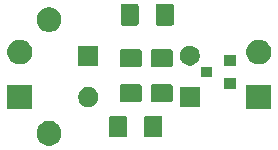
<source format=gbr>
G04 #@! TF.GenerationSoftware,KiCad,Pcbnew,(5.0.1)-3*
G04 #@! TF.CreationDate,2020-05-05T20:51:12+03:00*
G04 #@! TF.ProjectId,VienaTranPastiprinatajs,5669656E615472616E50617374697072,rev?*
G04 #@! TF.SameCoordinates,Original*
G04 #@! TF.FileFunction,Soldermask,Bot*
G04 #@! TF.FilePolarity,Negative*
%FSLAX46Y46*%
G04 Gerber Fmt 4.6, Leading zero omitted, Abs format (unit mm)*
G04 Created by KiCad (PCBNEW (5.0.1)-3) date 05-May-20 8:51:12 PM*
%MOMM*%
%LPD*%
G01*
G04 APERTURE LIST*
%ADD10C,0.100000*%
G04 APERTURE END LIST*
D10*
G36*
X88186565Y-53689389D02*
X88377834Y-53768615D01*
X88549976Y-53883637D01*
X88696363Y-54030024D01*
X88811385Y-54202166D01*
X88890611Y-54393435D01*
X88931000Y-54596484D01*
X88931000Y-54803516D01*
X88890611Y-55006565D01*
X88811385Y-55197834D01*
X88696363Y-55369976D01*
X88549976Y-55516363D01*
X88377834Y-55631385D01*
X88186565Y-55710611D01*
X87983516Y-55751000D01*
X87776484Y-55751000D01*
X87573435Y-55710611D01*
X87382166Y-55631385D01*
X87210024Y-55516363D01*
X87063637Y-55369976D01*
X86948615Y-55197834D01*
X86869389Y-55006565D01*
X86829000Y-54803516D01*
X86829000Y-54596484D01*
X86869389Y-54393435D01*
X86948615Y-54202166D01*
X87063637Y-54030024D01*
X87210024Y-53883637D01*
X87382166Y-53768615D01*
X87573435Y-53689389D01*
X87776484Y-53649000D01*
X87983516Y-53649000D01*
X88186565Y-53689389D01*
X88186565Y-53689389D01*
G37*
G36*
X97320562Y-53198181D02*
X97355477Y-53208773D01*
X97387665Y-53225978D01*
X97415873Y-53249127D01*
X97439022Y-53277335D01*
X97456227Y-53309523D01*
X97466819Y-53344438D01*
X97471000Y-53386895D01*
X97471000Y-54853105D01*
X97466819Y-54895562D01*
X97456227Y-54930477D01*
X97439022Y-54962665D01*
X97415873Y-54990873D01*
X97387665Y-55014022D01*
X97355477Y-55031227D01*
X97320562Y-55041819D01*
X97278105Y-55046000D01*
X96136895Y-55046000D01*
X96094438Y-55041819D01*
X96059523Y-55031227D01*
X96027335Y-55014022D01*
X95999127Y-54990873D01*
X95975978Y-54962665D01*
X95958773Y-54930477D01*
X95948181Y-54895562D01*
X95944000Y-54853105D01*
X95944000Y-53386895D01*
X95948181Y-53344438D01*
X95958773Y-53309523D01*
X95975978Y-53277335D01*
X95999127Y-53249127D01*
X96027335Y-53225978D01*
X96059523Y-53208773D01*
X96094438Y-53198181D01*
X96136895Y-53194000D01*
X97278105Y-53194000D01*
X97320562Y-53198181D01*
X97320562Y-53198181D01*
G37*
G36*
X94345562Y-53198181D02*
X94380477Y-53208773D01*
X94412665Y-53225978D01*
X94440873Y-53249127D01*
X94464022Y-53277335D01*
X94481227Y-53309523D01*
X94491819Y-53344438D01*
X94496000Y-53386895D01*
X94496000Y-54853105D01*
X94491819Y-54895562D01*
X94481227Y-54930477D01*
X94464022Y-54962665D01*
X94440873Y-54990873D01*
X94412665Y-55014022D01*
X94380477Y-55031227D01*
X94345562Y-55041819D01*
X94303105Y-55046000D01*
X93161895Y-55046000D01*
X93119438Y-55041819D01*
X93084523Y-55031227D01*
X93052335Y-55014022D01*
X93024127Y-54990873D01*
X93000978Y-54962665D01*
X92983773Y-54930477D01*
X92973181Y-54895562D01*
X92969000Y-54853105D01*
X92969000Y-53386895D01*
X92973181Y-53344438D01*
X92983773Y-53309523D01*
X93000978Y-53277335D01*
X93024127Y-53249127D01*
X93052335Y-53225978D01*
X93084523Y-53208773D01*
X93119438Y-53198181D01*
X93161895Y-53194000D01*
X94303105Y-53194000D01*
X94345562Y-53198181D01*
X94345562Y-53198181D01*
G37*
G36*
X106700490Y-52660490D02*
X104599510Y-52660490D01*
X104599510Y-50559510D01*
X106700490Y-50559510D01*
X106700490Y-52660490D01*
X106700490Y-52660490D01*
G37*
G36*
X86450490Y-52660490D02*
X84349510Y-52660490D01*
X84349510Y-50559510D01*
X86450490Y-50559510D01*
X86450490Y-52660490D01*
X86450490Y-52660490D01*
G37*
G36*
X91458228Y-50801703D02*
X91613100Y-50865853D01*
X91752481Y-50958985D01*
X91871015Y-51077519D01*
X91964147Y-51216900D01*
X92028297Y-51371772D01*
X92061000Y-51536184D01*
X92061000Y-51703816D01*
X92028297Y-51868228D01*
X91964147Y-52023100D01*
X91871015Y-52162481D01*
X91752481Y-52281015D01*
X91613100Y-52374147D01*
X91458228Y-52438297D01*
X91293816Y-52471000D01*
X91126184Y-52471000D01*
X90961772Y-52438297D01*
X90806900Y-52374147D01*
X90667519Y-52281015D01*
X90548985Y-52162481D01*
X90455853Y-52023100D01*
X90391703Y-51868228D01*
X90359000Y-51703816D01*
X90359000Y-51536184D01*
X90391703Y-51371772D01*
X90455853Y-51216900D01*
X90548985Y-51077519D01*
X90667519Y-50958985D01*
X90806900Y-50865853D01*
X90961772Y-50801703D01*
X91126184Y-50769000D01*
X91293816Y-50769000D01*
X91458228Y-50801703D01*
X91458228Y-50801703D01*
G37*
G36*
X100651000Y-52461000D02*
X98949000Y-52461000D01*
X98949000Y-50759000D01*
X100651000Y-50759000D01*
X100651000Y-52461000D01*
X100651000Y-52461000D01*
G37*
G36*
X98205562Y-50548181D02*
X98240477Y-50558773D01*
X98272665Y-50575978D01*
X98300873Y-50599127D01*
X98324022Y-50627335D01*
X98341227Y-50659523D01*
X98351819Y-50694438D01*
X98356000Y-50736895D01*
X98356000Y-51878105D01*
X98351819Y-51920562D01*
X98341227Y-51955477D01*
X98324022Y-51987665D01*
X98300873Y-52015873D01*
X98272665Y-52039022D01*
X98240477Y-52056227D01*
X98205562Y-52066819D01*
X98163105Y-52071000D01*
X96696895Y-52071000D01*
X96654438Y-52066819D01*
X96619523Y-52056227D01*
X96587335Y-52039022D01*
X96559127Y-52015873D01*
X96535978Y-51987665D01*
X96518773Y-51955477D01*
X96508181Y-51920562D01*
X96504000Y-51878105D01*
X96504000Y-50736895D01*
X96508181Y-50694438D01*
X96518773Y-50659523D01*
X96535978Y-50627335D01*
X96559127Y-50599127D01*
X96587335Y-50575978D01*
X96619523Y-50558773D01*
X96654438Y-50548181D01*
X96696895Y-50544000D01*
X98163105Y-50544000D01*
X98205562Y-50548181D01*
X98205562Y-50548181D01*
G37*
G36*
X95575562Y-50548181D02*
X95610477Y-50558773D01*
X95642665Y-50575978D01*
X95670873Y-50599127D01*
X95694022Y-50627335D01*
X95711227Y-50659523D01*
X95721819Y-50694438D01*
X95726000Y-50736895D01*
X95726000Y-51878105D01*
X95721819Y-51920562D01*
X95711227Y-51955477D01*
X95694022Y-51987665D01*
X95670873Y-52015873D01*
X95642665Y-52039022D01*
X95610477Y-52056227D01*
X95575562Y-52066819D01*
X95533105Y-52071000D01*
X94066895Y-52071000D01*
X94024438Y-52066819D01*
X93989523Y-52056227D01*
X93957335Y-52039022D01*
X93929127Y-52015873D01*
X93905978Y-51987665D01*
X93888773Y-51955477D01*
X93878181Y-51920562D01*
X93874000Y-51878105D01*
X93874000Y-50736895D01*
X93878181Y-50694438D01*
X93888773Y-50659523D01*
X93905978Y-50627335D01*
X93929127Y-50599127D01*
X93957335Y-50575978D01*
X93989523Y-50558773D01*
X94024438Y-50548181D01*
X94066895Y-50544000D01*
X95533105Y-50544000D01*
X95575562Y-50548181D01*
X95575562Y-50548181D01*
G37*
G36*
X103721000Y-50901000D02*
X102719000Y-50901000D01*
X102719000Y-49999000D01*
X103721000Y-49999000D01*
X103721000Y-50901000D01*
X103721000Y-50901000D01*
G37*
G36*
X101721000Y-49951000D02*
X100719000Y-49951000D01*
X100719000Y-49049000D01*
X101721000Y-49049000D01*
X101721000Y-49951000D01*
X101721000Y-49951000D01*
G37*
G36*
X95575562Y-47573181D02*
X95610477Y-47583773D01*
X95642665Y-47600978D01*
X95670873Y-47624127D01*
X95694022Y-47652335D01*
X95711227Y-47684523D01*
X95721819Y-47719438D01*
X95726000Y-47761895D01*
X95726000Y-48903105D01*
X95721819Y-48945562D01*
X95711227Y-48980477D01*
X95694022Y-49012665D01*
X95670873Y-49040873D01*
X95642665Y-49064022D01*
X95610477Y-49081227D01*
X95575562Y-49091819D01*
X95533105Y-49096000D01*
X94066895Y-49096000D01*
X94024438Y-49091819D01*
X93989523Y-49081227D01*
X93957335Y-49064022D01*
X93929127Y-49040873D01*
X93905978Y-49012665D01*
X93888773Y-48980477D01*
X93878181Y-48945562D01*
X93874000Y-48903105D01*
X93874000Y-47761895D01*
X93878181Y-47719438D01*
X93888773Y-47684523D01*
X93905978Y-47652335D01*
X93929127Y-47624127D01*
X93957335Y-47600978D01*
X93989523Y-47583773D01*
X94024438Y-47573181D01*
X94066895Y-47569000D01*
X95533105Y-47569000D01*
X95575562Y-47573181D01*
X95575562Y-47573181D01*
G37*
G36*
X98205562Y-47573181D02*
X98240477Y-47583773D01*
X98272665Y-47600978D01*
X98300873Y-47624127D01*
X98324022Y-47652335D01*
X98341227Y-47684523D01*
X98351819Y-47719438D01*
X98356000Y-47761895D01*
X98356000Y-48903105D01*
X98351819Y-48945562D01*
X98341227Y-48980477D01*
X98324022Y-49012665D01*
X98300873Y-49040873D01*
X98272665Y-49064022D01*
X98240477Y-49081227D01*
X98205562Y-49091819D01*
X98163105Y-49096000D01*
X96696895Y-49096000D01*
X96654438Y-49091819D01*
X96619523Y-49081227D01*
X96587335Y-49064022D01*
X96559127Y-49040873D01*
X96535978Y-49012665D01*
X96518773Y-48980477D01*
X96508181Y-48945562D01*
X96504000Y-48903105D01*
X96504000Y-47761895D01*
X96508181Y-47719438D01*
X96518773Y-47684523D01*
X96535978Y-47652335D01*
X96559127Y-47624127D01*
X96587335Y-47600978D01*
X96619523Y-47583773D01*
X96654438Y-47573181D01*
X96696895Y-47569000D01*
X98163105Y-47569000D01*
X98205562Y-47573181D01*
X98205562Y-47573181D01*
G37*
G36*
X103721000Y-49001000D02*
X102719000Y-49001000D01*
X102719000Y-48099000D01*
X103721000Y-48099000D01*
X103721000Y-49001000D01*
X103721000Y-49001000D01*
G37*
G36*
X92061000Y-48971000D02*
X90359000Y-48971000D01*
X90359000Y-47269000D01*
X92061000Y-47269000D01*
X92061000Y-48971000D01*
X92061000Y-48971000D01*
G37*
G36*
X100048228Y-47291703D02*
X100203100Y-47355853D01*
X100342481Y-47448985D01*
X100461015Y-47567519D01*
X100554147Y-47706900D01*
X100618297Y-47861772D01*
X100651000Y-48026184D01*
X100651000Y-48193816D01*
X100618297Y-48358228D01*
X100554147Y-48513100D01*
X100461015Y-48652481D01*
X100342481Y-48771015D01*
X100203100Y-48864147D01*
X100048228Y-48928297D01*
X99883816Y-48961000D01*
X99716184Y-48961000D01*
X99551772Y-48928297D01*
X99396900Y-48864147D01*
X99257519Y-48771015D01*
X99138985Y-48652481D01*
X99045853Y-48513100D01*
X98981703Y-48358228D01*
X98949000Y-48193816D01*
X98949000Y-48026184D01*
X98981703Y-47861772D01*
X99045853Y-47706900D01*
X99138985Y-47567519D01*
X99257519Y-47448985D01*
X99396900Y-47355853D01*
X99551772Y-47291703D01*
X99716184Y-47259000D01*
X99883816Y-47259000D01*
X100048228Y-47291703D01*
X100048228Y-47291703D01*
G37*
G36*
X85706414Y-46789879D02*
X85706416Y-46789880D01*
X85706417Y-46789880D01*
X85897594Y-46869068D01*
X86069651Y-46984033D01*
X86215967Y-47130349D01*
X86330932Y-47302406D01*
X86410121Y-47493586D01*
X86450490Y-47696534D01*
X86450490Y-47903466D01*
X86410121Y-48106414D01*
X86330932Y-48297594D01*
X86215967Y-48469651D01*
X86069651Y-48615967D01*
X86069648Y-48615969D01*
X85897594Y-48730932D01*
X85706417Y-48810120D01*
X85706416Y-48810120D01*
X85706414Y-48810121D01*
X85503466Y-48850490D01*
X85296534Y-48850490D01*
X85093586Y-48810121D01*
X85093584Y-48810120D01*
X85093583Y-48810120D01*
X84902406Y-48730932D01*
X84730352Y-48615969D01*
X84730349Y-48615967D01*
X84584033Y-48469651D01*
X84469068Y-48297594D01*
X84389879Y-48106414D01*
X84349510Y-47903466D01*
X84349510Y-47696534D01*
X84389879Y-47493586D01*
X84469068Y-47302406D01*
X84584033Y-47130349D01*
X84730349Y-46984033D01*
X84902406Y-46869068D01*
X85093583Y-46789880D01*
X85093584Y-46789880D01*
X85093586Y-46789879D01*
X85296534Y-46749510D01*
X85503466Y-46749510D01*
X85706414Y-46789879D01*
X85706414Y-46789879D01*
G37*
G36*
X105956414Y-46789879D02*
X105956416Y-46789880D01*
X105956417Y-46789880D01*
X106147594Y-46869068D01*
X106319651Y-46984033D01*
X106465967Y-47130349D01*
X106580932Y-47302406D01*
X106660121Y-47493586D01*
X106700490Y-47696534D01*
X106700490Y-47903466D01*
X106660121Y-48106414D01*
X106580932Y-48297594D01*
X106465967Y-48469651D01*
X106319651Y-48615967D01*
X106319648Y-48615969D01*
X106147594Y-48730932D01*
X105956417Y-48810120D01*
X105956416Y-48810120D01*
X105956414Y-48810121D01*
X105753466Y-48850490D01*
X105546534Y-48850490D01*
X105343586Y-48810121D01*
X105343584Y-48810120D01*
X105343583Y-48810120D01*
X105152406Y-48730932D01*
X104980352Y-48615969D01*
X104980349Y-48615967D01*
X104834033Y-48469651D01*
X104719068Y-48297594D01*
X104639879Y-48106414D01*
X104599510Y-47903466D01*
X104599510Y-47696534D01*
X104639879Y-47493586D01*
X104719068Y-47302406D01*
X104834033Y-47130349D01*
X104980349Y-46984033D01*
X105152406Y-46869068D01*
X105343583Y-46789880D01*
X105343584Y-46789880D01*
X105343586Y-46789879D01*
X105546534Y-46749510D01*
X105753466Y-46749510D01*
X105956414Y-46789879D01*
X105956414Y-46789879D01*
G37*
G36*
X88186565Y-44049389D02*
X88377834Y-44128615D01*
X88549976Y-44243637D01*
X88696363Y-44390024D01*
X88811385Y-44562166D01*
X88890611Y-44753435D01*
X88931000Y-44956484D01*
X88931000Y-45163516D01*
X88890611Y-45366565D01*
X88811385Y-45557834D01*
X88696363Y-45729976D01*
X88549976Y-45876363D01*
X88377834Y-45991385D01*
X88186565Y-46070611D01*
X87983516Y-46111000D01*
X87776484Y-46111000D01*
X87573435Y-46070611D01*
X87382166Y-45991385D01*
X87210024Y-45876363D01*
X87063637Y-45729976D01*
X86948615Y-45557834D01*
X86869389Y-45366565D01*
X86829000Y-45163516D01*
X86829000Y-44956484D01*
X86869389Y-44753435D01*
X86948615Y-44562166D01*
X87063637Y-44390024D01*
X87210024Y-44243637D01*
X87382166Y-44128615D01*
X87573435Y-44049389D01*
X87776484Y-44009000D01*
X87983516Y-44009000D01*
X88186565Y-44049389D01*
X88186565Y-44049389D01*
G37*
G36*
X95325562Y-43728181D02*
X95360477Y-43738773D01*
X95392665Y-43755978D01*
X95420873Y-43779127D01*
X95444022Y-43807335D01*
X95461227Y-43839523D01*
X95471819Y-43874438D01*
X95476000Y-43916895D01*
X95476000Y-45383105D01*
X95471819Y-45425562D01*
X95461227Y-45460477D01*
X95444022Y-45492665D01*
X95420873Y-45520873D01*
X95392665Y-45544022D01*
X95360477Y-45561227D01*
X95325562Y-45571819D01*
X95283105Y-45576000D01*
X94141895Y-45576000D01*
X94099438Y-45571819D01*
X94064523Y-45561227D01*
X94032335Y-45544022D01*
X94004127Y-45520873D01*
X93980978Y-45492665D01*
X93963773Y-45460477D01*
X93953181Y-45425562D01*
X93949000Y-45383105D01*
X93949000Y-43916895D01*
X93953181Y-43874438D01*
X93963773Y-43839523D01*
X93980978Y-43807335D01*
X94004127Y-43779127D01*
X94032335Y-43755978D01*
X94064523Y-43738773D01*
X94099438Y-43728181D01*
X94141895Y-43724000D01*
X95283105Y-43724000D01*
X95325562Y-43728181D01*
X95325562Y-43728181D01*
G37*
G36*
X98300562Y-43728181D02*
X98335477Y-43738773D01*
X98367665Y-43755978D01*
X98395873Y-43779127D01*
X98419022Y-43807335D01*
X98436227Y-43839523D01*
X98446819Y-43874438D01*
X98451000Y-43916895D01*
X98451000Y-45383105D01*
X98446819Y-45425562D01*
X98436227Y-45460477D01*
X98419022Y-45492665D01*
X98395873Y-45520873D01*
X98367665Y-45544022D01*
X98335477Y-45561227D01*
X98300562Y-45571819D01*
X98258105Y-45576000D01*
X97116895Y-45576000D01*
X97074438Y-45571819D01*
X97039523Y-45561227D01*
X97007335Y-45544022D01*
X96979127Y-45520873D01*
X96955978Y-45492665D01*
X96938773Y-45460477D01*
X96928181Y-45425562D01*
X96924000Y-45383105D01*
X96924000Y-43916895D01*
X96928181Y-43874438D01*
X96938773Y-43839523D01*
X96955978Y-43807335D01*
X96979127Y-43779127D01*
X97007335Y-43755978D01*
X97039523Y-43738773D01*
X97074438Y-43728181D01*
X97116895Y-43724000D01*
X98258105Y-43724000D01*
X98300562Y-43728181D01*
X98300562Y-43728181D01*
G37*
M02*

</source>
